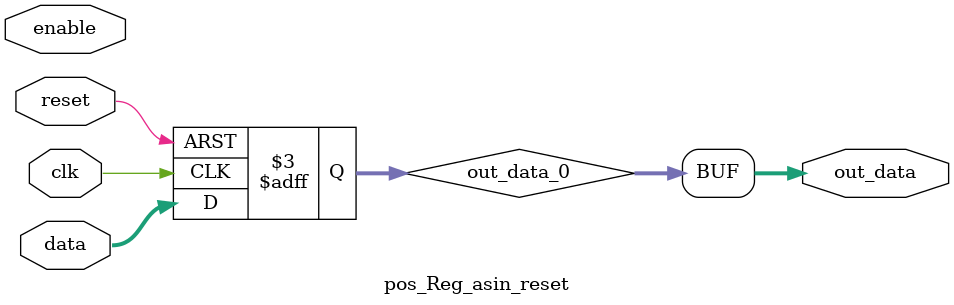
<source format=v>
	module Memory(
		input wire [0:7] A,
		output wire [0:17] RD
	);
		reg [0:17] mem [0:25];
		initial begin
			$readmemb("rom_files/rom_init.txt", mem);
		end
		assign RD = mem[A];
	endmodule
	module neg_Reg(
		input wire clk, enable, reset,
		input wire [0:7] data,
		output wire [0:7] out_data
		);
		reg [0:7] out_data_0;
		always @(negedge clk)
		begin
			if(enable)
				out_data_0 <= data;
			if(reset)
				out_data_0 <= 8'h0;
				
		end
		assign out_data = out_data_0;
	endmodule
	
	module pos_Reg(
		input wire clk, enable, reset,
		input wire [0:7] data,
		output wire [0:7] out_data
		);
		reg [0:7] out_data_0;
		always @(posedge clk)
		begin
			if(enable)
				out_data_0 <= data;
			if(reset)
				out_data_0 <= 8'h0;
				
		end
		assign out_data = out_data_0;
	endmodule
	
	module pos_Reg_asin_reset #(parameter N = 8)(
		input wire clk, enable, reset,
		input wire [0:N-1] data,
		output wire [0:N-1] out_data
		);
		reg [0:N-1] out_data_0;
		always @(posedge clk or posedge reset)
		begin
			if(reset == 1'b1)
				out_data_0 <= 0;
			else 
				out_data_0 <= data;
				
		end
		assign out_data = out_data_0;
	endmodule
</source>
